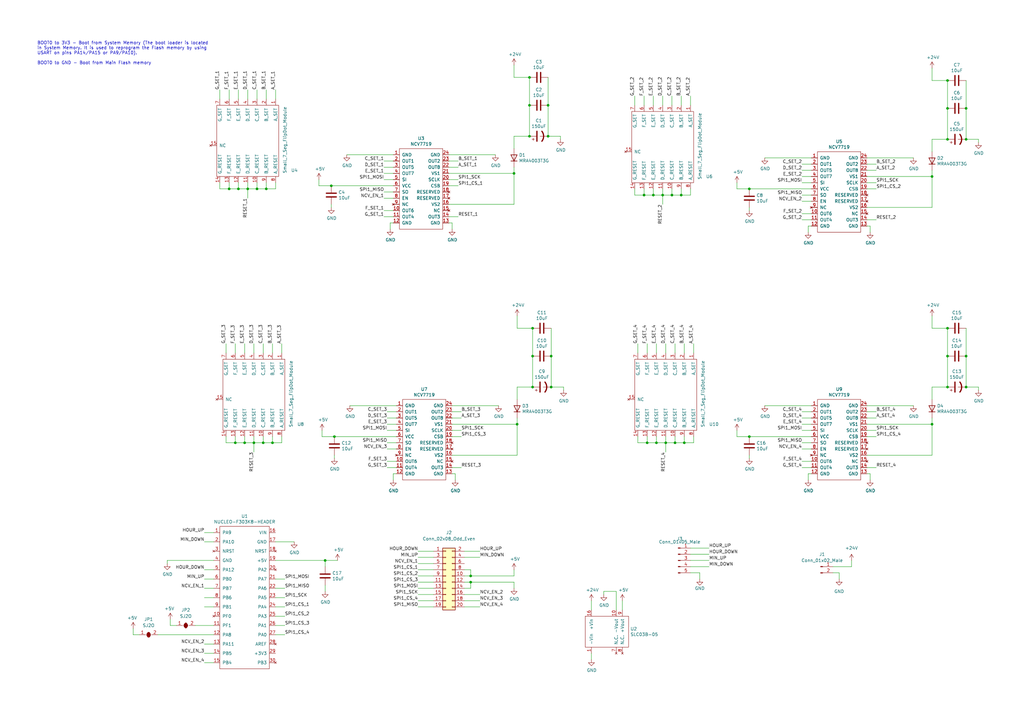
<source format=kicad_sch>
(kicad_sch (version 20220126) (generator eeschema)
  (paper "A3")
  (lib_symbols
    (symbol "Connector:Conn_01x02_Male" (pin_names (offset 1.016) hide)
      (property "Reference" "J" (at 0 2.54 0))
      (property "Value" "Conn_01x02_Male" (at 0 -5.08 0))
      (symbol "Conn_01x02_Male_1_1"
        (pin passive line (at 5.08 0 180) (length 3.81) (name "Pin_1") (number "1"))
        (pin passive line (at 5.08 -2.54 180) (length 3.81) (name "Pin_2") (number "2"))
      )
    )
    (symbol "Connector:Conn_01x05_Male" (pin_names (offset 1.016) hide)
      (property "Reference" "J" (at 0 7.62 0))
      (property "Value" "Conn_01x05_Male" (at 0 -7.62 0))
      (symbol "Conn_01x05_Male_1_1"
        (pin passive line (at 5.08 5.08 180) (length 3.81) (name "Pin_1") (number "1"))
        (pin passive line (at 5.08 2.54 180) (length 3.81) (name "Pin_2") (number "2"))
        (pin passive line (at 5.08 0 180) (length 3.81) (name "Pin_3") (number "3"))
        (pin passive line (at 5.08 -2.54 180) (length 3.81) (name "Pin_4") (number "4"))
        (pin passive line (at 5.08 -5.08 180) (length 3.81) (name "Pin_5") (number "5"))
      )
    )
    (symbol "Connector_Generic:Conn_02x10_Odd_Even" (pin_names (offset 1.016) hide)
      (property "Reference" "J" (at 1.27 12.7 0))
      (property "Value" "Conn_02x10_Odd_Even" (at 1.27 -15.24 0))
      (symbol "Conn_02x10_Odd_Even_1_1"
        (pin passive line (at -5.08 10.16 0) (length 3.81) (name "Pin_1") (number "1"))
        (pin passive line (at 7.62 0 180) (length 3.81) (name "Pin_10") (number "10"))
        (pin passive line (at -5.08 -2.54 0) (length 3.81) (name "Pin_11") (number "11"))
        (pin passive line (at 7.62 -2.54 180) (length 3.81) (name "Pin_12") (number "12"))
        (pin passive line (at -5.08 -5.08 0) (length 3.81) (name "Pin_13") (number "13"))
        (pin passive line (at 7.62 -5.08 180) (length 3.81) (name "Pin_14") (number "14"))
        (pin passive line (at -5.08 -7.62 0) (length 3.81) (name "Pin_15") (number "15"))
        (pin passive line (at 7.62 -7.62 180) (length 3.81) (name "Pin_16") (number "16"))
        (pin passive line (at -5.08 -10.16 0) (length 3.81) (name "Pin_17") (number "17"))
        (pin passive line (at 7.62 -10.16 180) (length 3.81) (name "Pin_18") (number "18"))
        (pin passive line (at -5.08 -12.7 0) (length 3.81) (name "Pin_19") (number "19"))
        (pin passive line (at 7.62 10.16 180) (length 3.81) (name "Pin_2") (number "2"))
        (pin passive line (at 7.62 -12.7 180) (length 3.81) (name "Pin_20") (number "20"))
        (pin passive line (at -5.08 7.62 0) (length 3.81) (name "Pin_3") (number "3"))
        (pin passive line (at 7.62 7.62 180) (length 3.81) (name "Pin_4") (number "4"))
        (pin passive line (at -5.08 5.08 0) (length 3.81) (name "Pin_5") (number "5"))
        (pin passive line (at 7.62 5.08 180) (length 3.81) (name "Pin_6") (number "6"))
        (pin passive line (at -5.08 2.54 0) (length 3.81) (name "Pin_7") (number "7"))
        (pin passive line (at 7.62 2.54 180) (length 3.81) (name "Pin_8") (number "8"))
        (pin passive line (at -5.08 0 0) (length 3.81) (name "Pin_9") (number "9"))
      )
    )
    (symbol "Device:C" (pin_numbers hide) (pin_names (offset 0.254))
      (property "Reference" "C" (at 0.635 2.54 0))
      (property "Value" "C" (at 0.635 -2.54 0))
      (symbol "C_1_1"
        (pin passive line (at 0 3.81 270) (length 2.794) (name "~") (number "1"))
        (pin passive line (at 0 -3.81 90) (length 2.794) (name "~") (number "2"))
      )
    )
    (symbol "Device:CP1" (pin_numbers hide) (pin_names (offset 0.254) hide)
      (property "Reference" "C" (at 0.635 2.54 0))
      (property "Value" "Device_CP1" (at 0.635 -2.54 0))
      (symbol "CP1_1_1"
        (pin passive line (at 0 3.81 270) (length 2.794) (name "~") (number "1"))
        (pin passive line (at 0 -3.81 90) (length 3.302) (name "~") (number "2"))
      )
    )
    (symbol "Diode:MRA4003T3G" (pin_numbers hide) (pin_names (offset 1.016) hide)
      (property "Reference" "D" (at 0 2.54 0))
      (property "Value" "MRA4003T3G" (at 0 -2.54 0))
      (symbol "MRA4003T3G_1_1"
        (pin passive line (at -3.81 0 0) (length 2.54) (name "K") (number "1"))
        (pin passive line (at 3.81 0 180) (length 2.54) (name "A") (number "2"))
      )
    )
    (symbol "Jumper:SolderJumper_2_Open" (pin_names (offset 0) hide)
      (property "Reference" "JP" (at 0 2.032 0))
      (property "Value" "SolderJumper_2_Open" (at 0 -2.54 0))
      (symbol "SolderJumper_2_Open_1_1"
        (pin passive line (at -3.81 0 0) (length 2.54) (name "A") (number "1"))
        (pin passive line (at 3.81 0 180) (length 2.54) (name "B") (number "2"))
      )
    )
    (symbol "mio:NCV7719" (pin_names (offset 1.016))
      (property "Reference" "U" (at -7.62 17.78 0))
      (property "Value" "NCV7719" (at 3.81 17.78 0))
      (symbol "NCV7719_1_1"
        (pin power_in line (at -11.43 13.97 0) (length 2.54) (name "GND") (number "1"))
        (pin output line (at -11.43 -8.89 0) (length 2.54) (name "OUT6") (number "10"))
        (pin output line (at -11.43 -11.43 0) (length 2.54) (name "OUT4") (number "11"))
        (pin power_in line (at -11.43 -13.97 0) (length 2.54) (name "GND") (number "12"))
        (pin power_in line (at 11.43 -13.97 180) (length 2.54) (name "GND") (number "13"))
        (pin output line (at 11.43 -11.43 180) (length 2.54) (name "OUT3") (number "14"))
        (pin no_connect line (at 11.43 -8.89 180) (length 2.54) (name "NC") (number "15"))
        (pin power_in line (at 11.43 -6.35 180) (length 2.54) (name "VS2") (number "16"))
        (pin no_connect line (at 11.43 -3.81 180) (length 2.54) (name "RESERVED") (number "17"))
        (pin no_connect line (at 11.43 -1.27 180) (length 2.54) (name "RESERVED") (number "18"))
        (pin input line (at 11.43 1.27 180) (length 2.54) (name "CSB") (number "19"))
        (pin output line (at -11.43 11.43 0) (length 2.54) (name "OUT1") (number "2"))
        (pin input line (at 11.43 3.81 180) (length 2.54) (name "SCLK") (number "20"))
        (pin power_in line (at 11.43 6.35 180) (length 2.54) (name "VS1") (number "21"))
        (pin output line (at 11.43 8.89 180) (length 2.54) (name "OUT8") (number "22"))
        (pin output line (at 11.43 11.43 180) (length 2.54) (name "OUT2") (number "23"))
        (pin power_in line (at 11.43 13.97 180) (length 2.54) (name "GND") (number "24"))
        (pin output line (at -11.43 8.89 0) (length 2.54) (name "OUT5") (number "3"))
        (pin output line (at -11.43 6.35 0) (length 2.54) (name "OUT7") (number "4"))
        (pin input line (at -11.43 3.81 0) (length 2.54) (name "SI") (number "5"))
        (pin power_in line (at -11.43 1.27 0) (length 2.54) (name "VCC") (number "6"))
        (pin output line (at -11.43 -1.27 0) (length 2.54) (name "SO") (number "7"))
        (pin input line (at -11.43 -3.81 0) (length 2.54) (name "EN") (number "8"))
        (pin no_connect line (at -11.43 -6.35 0) (length 2.54) (name "NC") (number "9"))
      )
    )
    (symbol "mio:NUCLEO-F303K8-HEADER" (pin_names (offset 1.016))
      (property "Reference" "U" (at 5.08 63.5 0))
      (property "Value" "NUCLEO-F303K8-HEADER" (at 16.51 60.96 0))
      (symbol "NUCLEO-F303K8-HEADER_1_1"
        (pin bidirectional line (at -2.54 55.88 0) (length 2.54) (name "PA9") (number "1"))
        (pin no_connect line (at -2.54 21.59 0) (length 2.54) (name "PF0") (number "10"))
        (pin bidirectional line (at -2.54 17.78 0) (length 2.54) (name "PF1") (number "11"))
        (pin bidirectional line (at -2.54 13.97 0) (length 2.54) (name "PA8") (number "12"))
        (pin bidirectional line (at -2.54 10.16 0) (length 2.54) (name "PA11") (number "13"))
        (pin bidirectional line (at -2.54 6.35 0) (length 2.54) (name "PB5") (number "14"))
        (pin bidirectional line (at -2.54 2.54 0) (length 2.54) (name "PB4") (number "15"))
        (pin power_in line (at 22.86 55.88 180) (length 2.54) (name "VIN") (number "16"))
        (pin bidirectional line (at 22.86 52.07 180) (length 2.54) (name "GND") (number "17"))
        (pin no_connect line (at 22.86 48.26 180) (length 2.54) (name "NRST") (number "18"))
        (pin bidirectional line (at 22.86 44.45 180) (length 2.54) (name "+5V") (number "19"))
        (pin bidirectional line (at -2.54 52.07 0) (length 2.54) (name "PA10") (number "2"))
        (pin no_connect line (at 22.86 40.64 180) (length 2.54) (name "PA2") (number "20"))
        (pin bidirectional line (at 22.86 36.83 180) (length 2.54) (name "PA7") (number "21"))
        (pin bidirectional line (at 22.86 33.02 180) (length 2.54) (name "PA6") (number "22"))
        (pin bidirectional line (at 22.86 29.21 180) (length 2.54) (name "PA5") (number "23"))
        (pin bidirectional line (at 22.86 25.4 180) (length 2.54) (name "PA4") (number "24"))
        (pin bidirectional line (at 22.86 21.59 180) (length 2.54) (name "PA3") (number "25"))
        (pin bidirectional line (at 22.86 17.78 180) (length 2.54) (name "PA1") (number "26"))
        (pin bidirectional line (at 22.86 13.97 180) (length 2.54) (name "PA0") (number "27"))
        (pin no_connect line (at 22.86 10.16 180) (length 2.54) (name "AREF") (number "28"))
        (pin bidirectional line (at 22.86 6.35 180) (length 2.54) (name "+3V3") (number "29"))
        (pin no_connect line (at -2.54 48.26 0) (length 2.54) (name "NRST") (number "3"))
        (pin no_connect line (at 22.86 2.54 180) (length 2.54) (name "PB3") (number "30"))
        (pin bidirectional line (at -2.54 44.45 0) (length 2.54) (name "GND") (number "4"))
        (pin bidirectional line (at -2.54 40.64 0) (length 2.54) (name "PA12") (number "5"))
        (pin bidirectional line (at -2.54 36.83 0) (length 2.54) (name "PB0") (number "6"))
        (pin bidirectional line (at -2.54 33.02 0) (length 2.54) (name "PB7") (number "7"))
        (pin bidirectional line (at -2.54 29.21 0) (length 2.54) (name "PB6") (number "8"))
        (pin bidirectional line (at -2.54 25.4 0) (length 2.54) (name "PB1") (number "9"))
      )
    )
    (symbol "mio:SLC03B-05" (pin_names (offset 1.016))
      (property "Reference" "U" (at -5.08 17.78 0))
      (property "Value" "SLC03B-05" (at 0 15.24 0))
      (symbol "SLC03B-05_1_1"
        (pin input line (at -6.35 -8.89 90) (length 2.54) (name "-Vin") (number "1"))
        (pin output line (at 3.81 8.89 270) (length 2.54) (name "-Vout") (number "10"))
        (pin input line (at -6.35 8.89 270) (length 2.54) (name "+Vin") (number "16"))
        (pin no_connect line (at 3.81 -8.89 90) (length 2.54) (name "N.C.") (number "7"))
        (pin no_connect line (at 6.35 -8.89 90) (length 2.54) (name "N.C.") (number "8"))
        (pin output line (at 6.35 8.89 270) (length 2.54) (name "+Vout") (number "9"))
      )
    )
    (symbol "mio:Small_7_Seg_FlipDot_Module" (pin_names (offset 1.016))
      (property "Reference" "U" (at 17.78 -30.48 90))
      (property "Value" "Small_7_Seg_FlipDot_Module" (at 15.24 -17.78 90))
      (symbol "Small_7_Seg_FlipDot_Module_1_1"
        (pin input line (at 11.43 0 270) (length 2.54) (name "A_SET") (number "1"))
        (pin input line (at 3.81 -34.29 90) (length 2.54) (name "C_RESET") (number "10"))
        (pin input line (at 0 -34.29 90) (length 2.54) (name "D_RESET") (number "11"))
        (pin input line (at -3.81 -34.29 90) (length 2.54) (name "E_RESET") (number "12"))
        (pin input line (at -7.62 -34.29 90) (length 2.54) (name "F_RESET") (number "13"))
        (pin input line (at -11.43 -34.29 90) (length 2.54) (name "G_RESET") (number "14"))
        (pin no_connect line (at -15.24 -19.05 0) (length 2.54) (name "NC") (number "15"))
        (pin input line (at 7.62 0 270) (length 2.54) (name "B_SET") (number "2"))
        (pin input line (at 3.81 0 270) (length 2.54) (name "C_SET") (number "3"))
        (pin input line (at 0 0 270) (length 2.54) (name "D_SET") (number "4"))
        (pin input line (at -3.81 0 270) (length 2.54) (name "E_SET") (number "5"))
        (pin input line (at -7.62 0 270) (length 2.54) (name "F_SET") (number "6"))
        (pin input line (at -11.43 0 270) (length 2.54) (name "G_SET") (number "7"))
        (pin input line (at 11.43 -34.29 90) (length 2.54) (name "A_RESET") (number "8"))
        (pin input line (at 7.62 -34.29 90) (length 2.54) (name "B_RESET") (number "9"))
      )
    )
    (symbol "power:+24V" (power) (pin_names (offset 0))
      (property "Value" "+24V" (at 0 3.556 0))
      (symbol "+24V_1_1"
        (pin power_in line (at 0 0 90) (length 0) hide (name "+24V") (number "1"))
      )
    )
    (symbol "power:+5V" (power) (pin_names (offset 0))
      (property "Value" "+5V" (at 0 3.556 0))
      (symbol "+5V_1_1"
        (pin power_in line (at 0 0 90) (length 0) hide (name "+5V") (number "1"))
      )
    )
    (symbol "power:GND" (power) (pin_names (offset 0))
      (property "Value" "GND" (at 0 -3.81 0))
      (symbol "GND_1_1"
        (pin power_in line (at 0 0 270) (length 0) hide (name "GND") (number "1"))
      )
    )
  )
  (junction (at 135.89 76.2))
  (junction (at 224.79 55.88))
  (junction (at 269.24 181.61))
  (junction (at 276.86 181.61))
  (junction (at 100.33 181.61))
  (junction (at 218.44 134.62))
  (junction (at 109.22 77.47))
  (junction (at 193.04 236.22))
  (junction (at 101.6 77.47))
  (junction (at 396.24 158.75))
  (junction (at 307.34 77.47))
  (junction (at 218.44 158.75))
  (junction (at 396.24 57.15))
  (junction (at 96.52 181.61))
  (junction (at 396.24 146.05))
  (junction (at 210.82 71.12))
  (junction (at 137.16 179.07))
  (junction (at 217.17 55.88))
  (junction (at 271.78 80.01))
  (junction (at 226.06 146.05))
  (junction (at 307.34 179.07))
  (junction (at 388.62 158.75))
  (junction (at 107.95 181.61))
  (junction (at 193.04 238.76))
  (junction (at 104.14 181.61))
  (junction (at 396.24 44.45))
  (junction (at 388.62 44.45))
  (junction (at 218.44 146.05))
  (junction (at 97.79 77.47))
  (junction (at 275.59 80.01))
  (junction (at 267.97 80.01))
  (junction (at 388.62 33.02))
  (junction (at 226.06 158.75))
  (junction (at 93.98 77.47))
  (junction (at 217.17 43.18))
  (junction (at 264.16 80.01))
  (junction (at 273.05 181.61))
  (junction (at 265.43 181.61))
  (junction (at 105.41 77.47))
  (junction (at 382.27 72.39))
  (junction (at 280.67 181.61))
  (junction (at 212.09 173.99))
  (junction (at 388.62 57.15))
  (junction (at 388.62 146.05))
  (junction (at 279.4 80.01))
  (junction (at 388.62 134.62))
  (junction (at 224.79 43.18))
  (junction (at 133.35 229.87))
  (junction (at 382.27 173.99))
  (junction (at 217.17 31.75))
  (junction (at 111.76 181.61))
  (wire (pts (xy 100.33 144.78) (xy 100.33 140.97)))
  (wire (pts (xy 212.09 158.75) (xy 212.09 163.83)))
  (wire (pts (xy 160.02 91.44) (xy 161.29 91.44)))
  (wire (pts (xy 212.09 171.45) (xy 212.09 173.99)))
  (wire (pts (xy 328.93 189.23) (xy 332.74 189.23)))
  (wire (pts (xy 355.6 186.69) (xy 382.27 186.69)))
  (wire (pts (xy 113.03 237.49) (xy 116.84 237.49)))
  (wire (pts (xy 185.42 166.37) (xy 204.47 166.37)))
  (wire (pts (xy 137.16 179.07) (xy 162.56 179.07)))
  (wire (pts (xy 242.57 246.38) (xy 242.57 250.19)))
  (wire (pts (xy 132.08 179.07) (xy 137.16 179.07)))
  (wire (pts (xy 105.41 40.64) (xy 105.41 36.83)))
  (wire (pts (xy 190.5 226.06) (xy 196.85 226.06)))
  (wire (pts (xy 210.82 236.22) (xy 210.82 233.68)))
  (wire (pts (xy 273.05 181.61) (xy 276.86 181.61)))
  (wire (pts (xy 158.75 168.91) (xy 162.56 168.91)))
  (wire (pts (xy 96.52 144.78) (xy 96.52 140.97)))
  (wire (pts (xy 100.33 181.61) (xy 104.14 181.61)))
  (wire (pts (xy 260.35 80.01) (xy 264.16 80.01)))
  (wire (pts (xy 54.61 260.35) (xy 54.61 257.81)))
  (wire (pts (xy 107.95 181.61) (xy 111.76 181.61)))
  (wire (pts (xy 396.24 146.05) (xy 396.24 134.62)))
  (wire (pts (xy 255.27 246.38) (xy 255.27 250.19)))
  (wire (pts (xy 355.6 85.09) (xy 382.27 85.09)))
  (wire (pts (xy 171.45 241.3) (xy 177.8 241.3)))
  (wire (pts (xy 359.41 90.17) (xy 355.6 90.17)))
  (wire (pts (xy 111.76 144.78) (xy 111.76 140.97)))
  (wire (pts (xy 359.41 168.91) (xy 355.6 168.91)))
  (wire (pts (xy 104.14 181.61) (xy 104.14 179.07)))
  (wire (pts (xy 193.04 238.76) (xy 210.82 238.76)))
  (wire (pts (xy 247.65 242.57) (xy 252.73 242.57)))
  (wire (pts (xy 307.34 77.47) (xy 332.74 77.47)))
  (wire (pts (xy 341.63 234.95) (xy 344.17 234.95)))
  (wire (pts (xy 396.24 146.05) (xy 396.24 158.75)))
  (wire (pts (xy 116.84 248.92) (xy 113.03 248.92)))
  (wire (pts (xy 135.89 76.2) (xy 161.29 76.2)))
  (wire (pts (xy 218.44 146.05) (xy 218.44 134.62)))
  (wire (pts (xy 276.86 144.78) (xy 276.86 140.97)))
  (wire (pts (xy 355.6 77.47) (xy 359.41 77.47)))
  (wire (pts (xy 133.35 229.87) (xy 133.35 232.41)))
  (wire (pts (xy 275.59 43.18) (xy 275.59 39.37)))
  (wire (pts (xy 210.82 26.67) (xy 210.82 31.75)))
  (wire (pts (xy 92.71 179.07) (xy 92.71 181.61)))
  (wire (pts (xy 184.15 76.2) (xy 187.96 76.2)))
  (wire (pts (xy 184.15 83.82) (xy 210.82 83.82)))
  (wire (pts (xy 111.76 181.61) (xy 115.57 181.61)))
  (wire (pts (xy 83.82 241.3) (xy 87.63 241.3)))
  (wire (pts (xy 302.26 179.07) (xy 302.26 176.53)))
  (wire (pts (xy 101.6 77.47) (xy 101.6 81.28)))
  (wire (pts (xy 302.26 179.07) (xy 307.34 179.07)))
  (wire (pts (xy 161.29 196.85) (xy 161.29 194.31)))
  (wire (pts (xy 269.24 181.61) (xy 269.24 179.07)))
  (wire (pts (xy 283.21 234.95) (xy 287.02 234.95)))
  (wire (pts (xy 158.75 171.45) (xy 162.56 171.45)))
  (wire (pts (xy 302.26 77.47) (xy 302.26 74.93)))
  (wire (pts (xy 116.84 252.73) (xy 113.03 252.73)))
  (wire (pts (xy 189.23 191.77) (xy 185.42 191.77)))
  (wire (pts (xy 275.59 80.01) (xy 279.4 80.01)))
  (wire (pts (xy 226.06 146.05) (xy 226.06 134.62)))
  (wire (pts (xy 158.75 176.53) (xy 162.56 176.53)))
  (wire (pts (xy 83.82 222.25) (xy 87.63 222.25)))
  (wire (pts (xy 184.15 71.12) (xy 210.82 71.12)))
  (wire (pts (xy 93.98 77.47) (xy 97.79 77.47)))
  (wire (pts (xy 313.69 166.37) (xy 332.74 166.37)))
  (wire (pts (xy 193.04 236.22) (xy 210.82 236.22)))
  (wire (pts (xy 224.79 43.18) (xy 224.79 31.75)))
  (wire (pts (xy 276.86 181.61) (xy 280.67 181.61)))
  (wire (pts (xy 382.27 33.02) (xy 388.62 33.02)))
  (wire (pts (xy 307.34 85.09) (xy 307.34 86.36)))
  (wire (pts (xy 90.17 77.47) (xy 93.98 77.47)))
  (wire (pts (xy 193.04 241.3) (xy 193.04 238.76)))
  (wire (pts (xy 83.82 218.44) (xy 87.63 218.44)))
  (wire (pts (xy 190.5 248.92) (xy 196.85 248.92)))
  (wire (pts (xy 307.34 186.69) (xy 307.34 187.96)))
  (wire (pts (xy 283.21 39.37) (xy 283.21 43.18)))
  (wire (pts (xy 104.14 181.61) (xy 107.95 181.61)))
  (wire (pts (xy 401.32 158.75) (xy 401.32 160.02)))
  (wire (pts (xy 284.48 181.61) (xy 284.48 179.07)))
  (wire (pts (xy 217.17 55.88) (xy 210.82 55.88)))
  (wire (pts (xy 307.34 179.07) (xy 332.74 179.07)))
  (wire (pts (xy 264.16 80.01) (xy 267.97 80.01)))
  (wire (pts (xy 328.93 80.01) (xy 332.74 80.01)))
  (wire (pts (xy 396.24 158.75) (xy 401.32 158.75)))
  (wire (pts (xy 133.35 229.87) (xy 138.43 229.87)))
  (wire (pts (xy 142.24 63.5) (xy 161.29 63.5)))
  (wire (pts (xy 218.44 158.75) (xy 218.44 146.05)))
  (wire (pts (xy 113.03 77.47) (xy 113.03 74.93)))
  (wire (pts (xy 184.15 73.66) (xy 187.96 73.66)))
  (wire (pts (xy 328.93 168.91) (xy 332.74 168.91)))
  (wire (pts (xy 279.4 80.01) (xy 279.4 77.47)))
  (wire (pts (xy 190.5 246.38) (xy 196.85 246.38)))
  (wire (pts (xy 157.48 73.66) (xy 161.29 73.66)))
  (wire (pts (xy 396.24 44.45) (xy 396.24 57.15)))
  (wire (pts (xy 57.15 260.35) (xy 54.61 260.35)))
  (wire (pts (xy 355.6 194.31) (xy 356.87 194.31)))
  (wire (pts (xy 137.16 186.69) (xy 137.16 187.96)))
  (wire (pts (xy 283.21 224.79) (xy 290.83 224.79)))
  (wire (pts (xy 190.5 243.84) (xy 196.85 243.84)))
  (wire (pts (xy 171.45 228.6) (xy 177.8 228.6)))
  (wire (pts (xy 271.78 43.18) (xy 271.78 39.37)))
  (wire (pts (xy 283.21 80.01) (xy 283.21 77.47)))
  (wire (pts (xy 283.21 227.33) (xy 290.83 227.33)))
  (wire (pts (xy 87.63 229.87) (xy 68.58 229.87)))
  (wire (pts (xy 349.25 232.41) (xy 349.25 229.87)))
  (wire (pts (xy 287.02 234.95) (xy 287.02 237.49)))
  (wire (pts (xy 157.48 68.58) (xy 161.29 68.58)))
  (wire (pts (xy 269.24 181.61) (xy 273.05 181.61)))
  (wire (pts (xy 115.57 181.61) (xy 115.57 179.07)))
  (wire (pts (xy 280.67 144.78) (xy 280.67 140.97)))
  (wire (pts (xy 92.71 144.78) (xy 92.71 140.97)))
  (wire (pts (xy 280.67 181.61) (xy 284.48 181.61)))
  (wire (pts (xy 284.48 140.97) (xy 284.48 144.78)))
  (wire (pts (xy 344.17 234.95) (xy 344.17 237.49)))
  (wire (pts (xy 158.75 173.99) (xy 162.56 173.99)))
  (wire (pts (xy 157.48 86.36) (xy 161.29 86.36)))
  (wire (pts (xy 265.43 144.78) (xy 265.43 140.97)))
  (wire (pts (xy 242.57 267.97) (xy 242.57 270.51)))
  (wire (pts (xy 83.82 237.49) (xy 87.63 237.49)))
  (wire (pts (xy 210.82 71.12) (xy 210.82 83.82)))
  (wire (pts (xy 382.27 158.75) (xy 382.27 163.83)))
  (wire (pts (xy 83.82 264.16) (xy 87.63 264.16)))
  (wire (pts (xy 283.21 232.41) (xy 290.83 232.41)))
  (wire (pts (xy 171.45 231.14) (xy 177.8 231.14)))
  (wire (pts (xy 90.17 40.64) (xy 90.17 36.83)))
  (wire (pts (xy 260.35 43.18) (xy 260.35 39.37)))
  (wire (pts (xy 210.82 55.88) (xy 210.82 60.96)))
  (wire (pts (xy 158.75 189.23) (xy 162.56 189.23)))
  (wire (pts (xy 190.5 241.3) (xy 193.04 241.3)))
  (wire (pts (xy 101.6 40.64) (xy 101.6 36.83)))
  (wire (pts (xy 267.97 80.01) (xy 271.78 80.01)))
  (wire (pts (xy 107.95 144.78) (xy 107.95 140.97)))
  (wire (pts (xy 130.81 76.2) (xy 130.81 73.66)))
  (wire (pts (xy 356.87 92.71) (xy 356.87 95.25)))
  (wire (pts (xy 171.45 248.92) (xy 177.8 248.92)))
  (wire (pts (xy 109.22 77.47) (xy 109.22 74.93)))
  (wire (pts (xy 328.93 173.99) (xy 332.74 173.99)))
  (wire (pts (xy 92.71 181.61) (xy 96.52 181.61)))
  (wire (pts (xy 212.09 129.54) (xy 212.09 134.62)))
  (wire (pts (xy 229.87 55.88) (xy 229.87 57.15)))
  (wire (pts (xy 302.26 77.47) (xy 307.34 77.47)))
  (wire (pts (xy 189.23 171.45) (xy 185.42 171.45)))
  (wire (pts (xy 328.93 184.15) (xy 332.74 184.15)))
  (wire (pts (xy 83.82 271.78) (xy 87.63 271.78)))
  (wire (pts (xy 359.41 69.85) (xy 355.6 69.85)))
  (wire (pts (xy 328.93 67.31) (xy 332.74 67.31)))
  (wire (pts (xy 217.17 55.88) (xy 217.17 43.18)))
  (wire (pts (xy 171.45 243.84) (xy 177.8 243.84)))
  (wire (pts (xy 212.09 134.62) (xy 218.44 134.62)))
  (wire (pts (xy 104.14 144.78) (xy 104.14 140.97)))
  (wire (pts (xy 113.03 222.25) (xy 120.65 222.25)))
  (wire (pts (xy 273.05 181.61) (xy 273.05 179.07)))
  (wire (pts (xy 87.63 260.35) (xy 64.77 260.35)))
  (wire (pts (xy 171.45 236.22) (xy 177.8 236.22)))
  (wire (pts (xy 388.62 158.75) (xy 382.27 158.75)))
  (wire (pts (xy 116.84 256.54) (xy 113.03 256.54)))
  (wire (pts (xy 231.14 158.75) (xy 231.14 160.02)))
  (wire (pts (xy 328.93 90.17) (xy 332.74 90.17)))
  (wire (pts (xy 275.59 80.01) (xy 275.59 77.47)))
  (wire (pts (xy 269.24 144.78) (xy 269.24 140.97)))
  (wire (pts (xy 90.17 74.93) (xy 90.17 77.47)))
  (wire (pts (xy 217.17 43.18) (xy 217.17 31.75)))
  (wire (pts (xy 97.79 77.47) (xy 101.6 77.47)))
  (wire (pts (xy 355.6 166.37) (xy 374.65 166.37)))
  (wire (pts (xy 331.47 92.71) (xy 332.74 92.71)))
  (wire (pts (xy 271.78 80.01) (xy 275.59 80.01)))
  (wire (pts (xy 331.47 194.31) (xy 332.74 194.31)))
  (wire (pts (xy 226.06 146.05) (xy 226.06 158.75)))
  (wire (pts (xy 135.89 83.82) (xy 135.89 85.09)))
  (wire (pts (xy 157.48 78.74) (xy 161.29 78.74)))
  (wire (pts (xy 401.32 57.15) (xy 401.32 58.42)))
  (wire (pts (xy 132.08 179.07) (xy 132.08 176.53)))
  (wire (pts (xy 355.6 64.77) (xy 374.65 64.77)))
  (wire (pts (xy 328.93 69.85) (xy 332.74 69.85)))
  (wire (pts (xy 157.48 81.28) (xy 161.29 81.28)))
  (wire (pts (xy 224.79 55.88) (xy 229.87 55.88)))
  (wire (pts (xy 382.27 57.15) (xy 382.27 62.23)))
  (wire (pts (xy 113.03 245.11) (xy 116.84 245.11)))
  (wire (pts (xy 224.79 43.18) (xy 224.79 55.88)))
  (wire (pts (xy 355.6 176.53) (xy 359.41 176.53)))
  (wire (pts (xy 97.79 40.64) (xy 97.79 36.83)))
  (wire (pts (xy 267.97 43.18) (xy 267.97 39.37)))
  (wire (pts (xy 261.62 181.61) (xy 265.43 181.61)))
  (wire (pts (xy 105.41 77.47) (xy 109.22 77.47)))
  (wire (pts (xy 273.05 181.61) (xy 273.05 185.42)))
  (wire (pts (xy 210.82 68.58) (xy 210.82 71.12)))
  (wire (pts (xy 328.93 74.93) (xy 332.74 74.93)))
  (wire (pts (xy 83.82 245.11) (xy 87.63 245.11)))
  (wire (pts (xy 104.14 181.61) (xy 104.14 185.42)))
  (wire (pts (xy 328.93 72.39) (xy 332.74 72.39)))
  (wire (pts (xy 328.93 176.53) (xy 332.74 176.53)))
  (wire (pts (xy 382.27 69.85) (xy 382.27 72.39)))
  (wire (pts (xy 388.62 44.45) (xy 388.62 33.02)))
  (wire (pts (xy 83.82 248.92) (xy 87.63 248.92)))
  (wire (pts (xy 283.21 229.87) (xy 290.83 229.87)))
  (wire (pts (xy 276.86 181.61) (xy 276.86 179.07)))
  (wire (pts (xy 87.63 256.54) (xy 80.01 256.54)))
  (wire (pts (xy 69.85 256.54) (xy 69.85 254)))
  (wire (pts (xy 264.16 80.01) (xy 264.16 77.47)))
  (wire (pts (xy 273.05 144.78) (xy 273.05 140.97)))
  (wire (pts (xy 171.45 233.68) (xy 177.8 233.68)))
  (wire (pts (xy 328.93 87.63) (xy 332.74 87.63)))
  (wire (pts (xy 328.93 191.77) (xy 332.74 191.77)))
  (wire (pts (xy 185.42 176.53) (xy 189.23 176.53)))
  (wire (pts (xy 313.69 64.77) (xy 332.74 64.77)))
  (wire (pts (xy 187.96 68.58) (xy 184.15 68.58)))
  (wire (pts (xy 382.27 27.94) (xy 382.27 33.02)))
  (wire (pts (xy 184.15 63.5) (xy 203.2 63.5)))
  (wire (pts (xy 190.5 238.76) (xy 193.04 238.76)))
  (wire (pts (xy 109.22 77.47) (xy 113.03 77.47)))
  (wire (pts (xy 187.96 88.9) (xy 184.15 88.9)))
  (wire (pts (xy 355.6 173.99) (xy 382.27 173.99)))
  (wire (pts (xy 160.02 93.98) (xy 160.02 91.44)))
  (wire (pts (xy 328.93 181.61) (xy 332.74 181.61)))
  (wire (pts (xy 185.42 91.44) (xy 185.42 93.98)))
  (wire (pts (xy 93.98 77.47) (xy 93.98 74.93)))
  (wire (pts (xy 100.33 181.61) (xy 100.33 179.07)))
  (wire (pts (xy 158.75 184.15) (xy 162.56 184.15)))
  (wire (pts (xy 328.93 171.45) (xy 332.74 171.45)))
  (wire (pts (xy 111.76 181.61) (xy 111.76 179.07)))
  (wire (pts (xy 193.04 233.68) (xy 193.04 236.22)))
  (wire (pts (xy 185.42 173.99) (xy 212.09 173.99)))
  (wire (pts (xy 190.5 228.6) (xy 196.85 228.6)))
  (wire (pts (xy 171.45 226.06) (xy 177.8 226.06)))
  (wire (pts (xy 184.15 91.44) (xy 185.42 91.44)))
  (wire (pts (xy 359.41 67.31) (xy 355.6 67.31)))
  (wire (pts (xy 185.42 194.31) (xy 186.69 194.31)))
  (wire (pts (xy 260.35 77.47) (xy 260.35 80.01)))
  (wire (pts (xy 388.62 158.75) (xy 388.62 146.05)))
  (wire (pts (xy 185.42 186.69) (xy 212.09 186.69)))
  (wire (pts (xy 355.6 72.39) (xy 382.27 72.39)))
  (wire (pts (xy 264.16 43.18) (xy 264.16 39.37)))
  (wire (pts (xy 185.42 179.07) (xy 189.23 179.07)))
  (wire (pts (xy 279.4 80.01) (xy 283.21 80.01)))
  (wire (pts (xy 396.24 57.15) (xy 401.32 57.15)))
  (wire (pts (xy 267.97 80.01) (xy 267.97 77.47)))
  (wire (pts (xy 261.62 179.07) (xy 261.62 181.61)))
  (wire (pts (xy 355.6 179.07) (xy 359.41 179.07)))
  (wire (pts (xy 382.27 134.62) (xy 388.62 134.62)))
  (wire (pts (xy 210.82 31.75) (xy 217.17 31.75)))
  (wire (pts (xy 252.73 242.57) (xy 252.73 250.19)))
  (wire (pts (xy 328.93 82.55) (xy 332.74 82.55)))
  (wire (pts (xy 101.6 77.47) (xy 105.41 77.47)))
  (wire (pts (xy 113.03 36.83) (xy 113.03 40.64)))
  (wire (pts (xy 143.51 166.37) (xy 162.56 166.37)))
  (wire (pts (xy 331.47 95.25) (xy 331.47 92.71)))
  (wire (pts (xy 72.39 256.54) (xy 69.85 256.54)))
  (wire (pts (xy 388.62 57.15) (xy 382.27 57.15)))
  (wire (pts (xy 382.27 72.39) (xy 382.27 85.09)))
  (wire (pts (xy 210.82 238.76) (xy 210.82 241.3)))
  (wire (pts (xy 157.48 88.9) (xy 161.29 88.9)))
  (wire (pts (xy 331.47 196.85) (xy 331.47 194.31)))
  (wire (pts (xy 265.43 181.61) (xy 265.43 179.07)))
  (wire (pts (xy 355.6 92.71) (xy 356.87 92.71)))
  (wire (pts (xy 113.03 241.3) (xy 116.84 241.3)))
  (wire (pts (xy 341.63 232.41) (xy 349.25 232.41)))
  (wire (pts (xy 130.81 76.2) (xy 135.89 76.2)))
  (wire (pts (xy 359.41 191.77) (xy 355.6 191.77)))
  (wire (pts (xy 388.62 57.15) (xy 388.62 44.45)))
  (wire (pts (xy 133.35 240.03) (xy 133.35 242.57)))
  (wire (pts (xy 382.27 173.99) (xy 382.27 186.69)))
  (wire (pts (xy 83.82 267.97) (xy 87.63 267.97)))
  (wire (pts (xy 271.78 80.01) (xy 271.78 77.47)))
  (wire (pts (xy 161.29 194.31) (xy 162.56 194.31)))
  (wire (pts (xy 101.6 77.47) (xy 101.6 74.93)))
  (wire (pts (xy 189.23 168.91) (xy 185.42 168.91)))
  (wire (pts (xy 83.82 233.68) (xy 87.63 233.68)))
  (wire (pts (xy 226.06 158.75) (xy 231.14 158.75)))
  (wire (pts (xy 157.48 71.12) (xy 161.29 71.12)))
  (wire (pts (xy 279.4 43.18) (xy 279.4 39.37)))
  (wire (pts (xy 68.58 229.87) (xy 68.58 231.14)))
  (wire (pts (xy 107.95 181.61) (xy 107.95 179.07)))
  (wire (pts (xy 359.41 171.45) (xy 355.6 171.45)))
  (wire (pts (xy 115.57 140.97) (xy 115.57 144.78)))
  (wire (pts (xy 187.96 66.04) (xy 184.15 66.04)))
  (wire (pts (xy 212.09 173.99) (xy 212.09 186.69)))
  (wire (pts (xy 116.84 260.35) (xy 113.03 260.35)))
  (wire (pts (xy 186.69 194.31) (xy 186.69 196.85)))
  (wire (pts (xy 247.65 243.84) (xy 247.65 242.57)))
  (wire (pts (xy 93.98 40.64) (xy 93.98 36.83)))
  (wire (pts (xy 158.75 181.61) (xy 162.56 181.61)))
  (wire (pts (xy 356.87 194.31) (xy 356.87 196.85)))
  (wire (pts (xy 271.78 80.01) (xy 271.78 83.82)))
  (wire (pts (xy 265.43 181.61) (xy 269.24 181.61)))
  (wire (pts (xy 190.5 236.22) (xy 193.04 236.22)))
  (wire (pts (xy 280.67 181.61) (xy 280.67 179.07)))
  (wire (pts (xy 96.52 181.61) (xy 96.52 179.07)))
  (wire (pts (xy 382.27 129.54) (xy 382.27 134.62)))
  (wire (pts (xy 109.22 40.64) (xy 109.22 36.83)))
  (wire (pts (xy 388.62 146.05) (xy 388.62 134.62)))
  (wire (pts (xy 171.45 246.38) (xy 177.8 246.38)))
  (wire (pts (xy 96.52 181.61) (xy 100.33 181.61)))
  (wire (pts (xy 113.03 229.87) (xy 133.35 229.87)))
  (wire (pts (xy 396.24 44.45) (xy 396.24 33.02)))
  (wire (pts (xy 218.44 158.75) (xy 212.09 158.75)))
  (wire (pts (xy 97.79 77.47) (xy 97.79 74.93)))
  (wire (pts (xy 355.6 74.93) (xy 359.41 74.93)))
  (wire (pts (xy 157.48 66.04) (xy 161.29 66.04)))
  (wire (pts (xy 190.5 233.68) (xy 193.04 233.68)))
  (wire (pts (xy 171.45 238.76) (xy 177.8 238.76)))
  (wire (pts (xy 158.75 191.77) (xy 162.56 191.77)))
  (wire (pts (xy 261.62 144.78) (xy 261.62 140.97)))
  (wire (pts (xy 105.41 77.47) (xy 105.41 74.93)))
  (wire (pts (xy 382.27 171.45) (xy 382.27 173.99)))
  (text "BOOT0 to 3V3 - Boot from System Memory (The boot loader is located \nin System Memory. It is used to reprogram the Flash memory by using \nUSART on pins PA14/PA15 or PA9/PA10).\n\nBOOT0 to GND - Boot from Main Flash memory" (at 15.24 26.67 0) (effects (font (size 1.27 1.27)) (justify left bottom)))
  (label "SPI1_SCK" (at 171.45 243.84 0))
  (label "SPI1_CS_1" (at 187.96 76.2 0))
  (label "D_SET_1" (at 157.48 68.58 0))
  (label "MIN_DOWN" (at 83.82 222.25 0))
  (label "F_SET_4" (at 328.93 189.23 0))
  (label "A_SET_1" (at 113.03 36.83 90))
  (label "NCV_EN_1" (at 171.45 231.14 0))
  (label "E_SET_4" (at 328.93 173.99 0))
  (label "SPI1_MOSI" (at 171.45 241.3 0))
  (label "B_SET_1" (at 187.96 66.04 0))
  (label "SPI1_MISO" (at 328.93 181.61 0))
  (label "E_SET_3" (at 100.33 140.97 90))
  (label "D_SET_2" (at 328.93 69.85 0))
  (label "E_SET_3" (at 158.75 173.99 0))
  (label "MIN_UP" (at 171.45 228.6 0))
  (label "C_SET_1" (at 157.48 66.04 0))
  (label "NCV_EN_4" (at 83.82 271.78 0))
  (label "C_SET_2" (at 328.93 67.31 0))
  (label "SPI1_CS_1" (at 171.45 233.68 0))
  (label "E_SET_1" (at 97.79 36.83 90))
  (label "MIN_UP" (at 290.83 229.87 0))
  (label "HOUR_DOWN" (at 290.83 227.33 0))
  (label "D_SET_3" (at 158.75 171.45 0))
  (label "SPI1_SCK" (at 116.84 245.11 0))
  (label "NCV_EN_1" (at 83.82 241.3 0))
  (label "B_SET_2" (at 279.4 39.37 90))
  (label "G_SET_4" (at 328.93 191.77 0))
  (label "E_SET_1" (at 157.48 71.12 0))
  (label "RESET_1" (at 187.96 88.9 0))
  (label "C_SET_4" (at 328.93 168.91 0))
  (label "C_SET_3" (at 158.75 168.91 0))
  (label "NCV_EN_1" (at 157.48 81.28 0))
  (label "A_SET_2" (at 359.41 69.85 0))
  (label "SPI1_MOSI" (at 328.93 176.53 0))
  (label "RESET_2" (at 359.41 90.17 0))
  (label "D_SET_4" (at 328.93 171.45 0))
  (label "HOUR_UP" (at 83.82 218.44 0))
  (label "E_SET_4" (at 269.24 140.97 90))
  (label "SPI1_CS_4" (at 171.45 246.38 0))
  (label "SPI1_CS_2" (at 359.41 77.47 0))
  (label "SPI1_MISO" (at 158.75 181.61 0))
  (label "B_SET_4" (at 280.67 140.97 90))
  (label "B_SET_2" (at 359.41 67.31 0))
  (label "SPI1_CS_2" (at 116.84 252.73 0))
  (label "SPI1_CS_3" (at 171.45 238.76 0))
  (label "HOUR_DOWN" (at 171.45 226.06 0))
  (label "B_SET_4" (at 359.41 168.91 0))
  (label "SPI1_MISO" (at 157.48 78.74 0))
  (label "G_SET_1" (at 90.17 36.83 90))
  (label "F_SET_1" (at 157.48 86.36 0))
  (label "SPI1_MOSI" (at 116.84 237.49 0))
  (label "MIN_DOWN" (at 196.85 228.6 0))
  (label "SPI1_CS_1" (at 116.84 248.92 0))
  (label "NCV_EN_4" (at 328.93 184.15 0))
  (label "RESET_2" (at 271.78 83.82 90))
  (label "RESET_3" (at 104.14 185.42 90))
  (label "NCV_EN_3" (at 83.82 267.97 0))
  (label "C_SET_4" (at 276.86 140.97 90))
  (label "G_SET_2" (at 260.35 39.37 90))
  (label "D_SET_4" (at 273.05 140.97 90))
  (label "MIN_DOWN" (at 290.83 232.41 0))
  (label "F_SET_4" (at 265.43 140.97 90))
  (label "RESET_3" (at 189.23 191.77 0))
  (label "G_SET_3" (at 92.71 140.97 90))
  (label "SPI1_SCK" (at 359.41 74.93 0))
  (label "A_SET_3" (at 115.57 140.97 90))
  (label "SPI1_CS_2" (at 171.45 236.22 0))
  (label "RESET_1" (at 101.6 81.28 90))
  (label "A_SET_2" (at 283.21 39.37 90))
  (label "F_SET_3" (at 158.75 189.23 0))
  (label "G_SET_4" (at 261.62 140.97 90))
  (label "E_SET_2" (at 328.93 72.39 0))
  (label "MIN_UP" (at 83.82 237.49 0))
  (label "RESET_4" (at 359.41 191.77 0))
  (label "C_SET_3" (at 107.95 140.97 90))
  (label "SPI1_MISO" (at 171.45 248.92 0))
  (label "SPI1_CS_3" (at 189.23 179.07 0))
  (label "A_SET_3" (at 189.23 171.45 0))
  (label "D_SET_1" (at 101.6 36.83 90))
  (label "A_SET_4" (at 359.41 171.45 0))
  (label "HOUR_UP" (at 290.83 224.79 0))
  (label "G_SET_2" (at 328.93 90.17 0))
  (label "HOUR_UP" (at 196.85 226.06 0))
  (label "F_SET_2" (at 328.93 87.63 0))
  (label "SPI1_SCK" (at 187.96 73.66 0))
  (label "SPI1_CS_4" (at 116.84 260.35 0))
  (label "A_SET_1" (at 187.96 68.58 0))
  (label "B_SET_1" (at 109.22 36.83 90))
  (label "D_SET_3" (at 104.14 140.97 90))
  (label "SPI1_CS_4" (at 359.41 179.07 0))
  (label "C_SET_1" (at 105.41 36.83 90))
  (label "HOUR_DOWN" (at 83.82 233.68 0))
  (label "B_SET_3" (at 189.23 168.91 0))
  (label "SPI1_MISO" (at 328.93 80.01 0))
  (label "D_SET_2" (at 271.78 39.37 90))
  (label "SPI1_MOSI" (at 328.93 74.93 0))
  (label "G_SET_3" (at 158.75 191.77 0))
  (label "SPI1_SCK" (at 189.23 176.53 0))
  (label "E_SET_2" (at 267.97 39.37 90))
  (label "SPI1_SCK" (at 359.41 176.53 0))
  (label "NCV_EN_4" (at 196.85 248.92 0))
  (label "NCV_EN_3" (at 196.85 246.38 0))
  (label "SPI1_MOSI" (at 157.48 73.66 0))
  (label "NCV_EN_3" (at 158.75 184.15 0))
  (label "F_SET_3" (at 96.52 140.97 90))
  (label "A_SET_4" (at 284.48 140.97 90))
  (label "SPI1_MOSI" (at 158.75 176.53 0))
  (label "SPI1_CS_3" (at 116.84 256.54 0))
  (label "NCV_EN_2" (at 83.82 264.16 0))
  (label "SPI1_MISO" (at 116.84 241.3 0))
  (label "RESET_4" (at 273.05 185.42 90))
  (label "NCV_EN_2" (at 328.93 82.55 0))
  (label "NCV_EN_2" (at 196.85 243.84 0))
  (label "F_SET_1" (at 93.98 36.83 90))
  (label "C_SET_2" (at 275.59 39.37 90))
  (label "F_SET_2" (at 264.16 39.37 90))
  (label "G_SET_1" (at 157.48 88.9 0))
  (label "B_SET_3" (at 111.76 140.97 90))
  (symbol (lib_id "mio:NUCLEO-F303K8-HEADER") (at 90.17 274.32 0) (unit 1) (on_board no)
    (property "Reference" "U1" (at 100.33 211.709 0))
    (property "Value" "NUCLEO-F303K8-HEADER" (at 100.33 214.0204 0))
    (property "Footprint" "mio:NUCLEO-F303K8-HEADER" (effects hide))
  )
  (symbol (lib_id "power:GND") (at 68.58 231.14 0) (unit 1)
    (property "Reference" "#PWR01" (effects hide))
    (property "Value" "GND" (at 68.707 235.5342 0))
  )
  (symbol (lib_id "power:GND") (at 120.65 222.25 0) (unit 1)
    (property "Reference" "#PWR06" (effects hide))
    (property "Value" "GND" (at 120.777 226.6442 0))
  )
  (symbol (lib_id "mio:Small_7_Seg_FlipDot_Module") (at 271.78 43.18 0) (unit 1)
    (property "Reference" "U6" (at 289.56 72.39 0) (effects (justify left)))
    (property "Value" "Small_7_Seg_FlipDot_Module" (at 287.02 73.66 90) (effects (justify left)))
    (property "Footprint" "mio:Small_7_Seg_FlipDot_Module" (effects hide))
  )
  (symbol (lib_id "mio:Small_7_Seg_FlipDot_Module") (at 273.05 144.78 0) (unit 1)
    (property "Reference" "U10" (at 290.83 173.99 0) (effects (justify left)))
    (property "Value" "Small_7_Seg_FlipDot_Module" (at 288.29 175.26 90) (effects (justify left)))
    (property "Footprint" "mio:Small_7_Seg_FlipDot_Module" (effects hide))
  )
  (symbol (lib_id "power:+5V") (at 138.43 229.87 0) (unit 1)
    (property "Reference" "#PWR07" (effects hide))
    (property "Value" "+5V" (at 138.811 225.4758 0))
  )
  (symbol (lib_id "mio:Small_7_Seg_FlipDot_Module") (at 104.14 144.78 0) (unit 1)
    (property "Reference" "U8" (at 121.92 173.99 0) (effects (justify left)))
    (property "Value" "Small_7_Seg_FlipDot_Module" (at 119.38 175.26 90) (effects (justify left)))
    (property "Footprint" "mio:Small_7_Seg_FlipDot_Module" (effects hide))
  )
  (symbol (lib_id "power:GND") (at 185.42 93.98 0) (unit 1)
    (property "Reference" "#PWR018" (effects hide))
    (property "Value" "GND" (at 185.547 98.3742 0))
  )
  (symbol (lib_id "power:GND") (at 160.02 93.98 0) (unit 1)
    (property "Reference" "#PWR016" (effects hide))
    (property "Value" "GND" (at 160.147 98.3742 0))
  )
  (symbol (lib_id "mio:NCV7719") (at 172.72 77.47 0) (unit 1)
    (property "Reference" "U3" (at 172.72 56.769 0))
    (property "Value" "NCV7719" (at 172.72 59.0804 0))
    (property "Footprint" "mio:SSOP-24_6.4x7.55mm_P0.65mm" (effects hide))
    (property "Datasheet" "https://www.onsemi.com/pub/Collateral/NCV7719-D.PDF" (effects hide))
  )
  (symbol (lib_id "mio:Small_7_Seg_FlipDot_Module") (at 101.6 40.64 0) (unit 1)
    (property "Reference" "U4" (at 119.38 69.85 0) (effects (justify left)))
    (property "Value" "Small_7_Seg_FlipDot_Module" (at 116.84 71.12 90) (effects (justify left)))
    (property "Footprint" "mio:Small_7_Seg_FlipDot_Module" (effects hide))
  )
  (symbol (lib_id "power:+5V") (at 130.81 73.66 0) (unit 1)
    (property "Reference" "#PWR012" (effects hide))
    (property "Value" "+5V" (at 131.191 69.2658 0))
  )
  (symbol (lib_id "power:+24V") (at 210.82 26.67 0) (unit 1)
    (property "Reference" "#PWR020" (effects hide))
    (property "Value" "+24V" (at 211.201 22.2758 0))
  )
  (symbol (lib_id "power:GND") (at 142.24 63.5 0) (unit 1)
    (property "Reference" "#PWR011" (effects hide))
    (property "Value" "GND" (at 142.367 67.8942 0))
  )
  (symbol (lib_id "mio:SLC03B-05") (at 248.92 259.08 0) (unit 1)
    (property "Reference" "U2" (at 258.5212 257.9116 0) (effects (justify left)))
    (property "Value" "SLC03B-05" (at 258.5212 260.223 0) (effects (justify left)))
    (property "Footprint" "mio:SLC03B-05" (effects hide))
  )
  (symbol (lib_id "power:GND") (at 242.57 270.51 0) (unit 1)
    (property "Reference" "#PWR03" (effects hide))
    (property "Value" "GND" (at 242.697 274.9042 0))
  )
  (symbol (lib_id "power:GND") (at 247.65 243.84 0) (unit 1)
    (property "Reference" "#PWR04" (effects hide))
    (property "Value" "GND" (at 247.777 248.2342 0))
  )
  (symbol (lib_id "power:+24V") (at 242.57 246.38 0) (unit 1)
    (property "Reference" "#PWR02" (effects hide))
    (property "Value" "+24V" (at 242.951 241.9858 0))
  )
  (symbol (lib_id "power:+5V") (at 255.27 246.38 0) (unit 1)
    (property "Reference" "#PWR05" (effects hide))
    (property "Value" "+5V" (at 255.651 241.9858 0))
  )
  (symbol (lib_id "power:GND") (at 203.2 63.5 0) (unit 1)
    (property "Reference" "#PWR019" (effects hide))
    (property "Value" "GND" (at 203.327 67.8942 0))
  )
  (symbol (lib_id "Diode:MRA4003T3G") (at 210.82 64.77 90) (unit 1)
    (property "Reference" "D1" (at 212.852 63.6016 90) (effects (justify right)))
    (property "Value" "MRA4003T3G" (at 212.852 65.913 90) (effects (justify right)))
    (property "Footprint" "Diode_SMD:D_SMA" (effects hide))
    (property "Datasheet" "http://www.onsemi.com/pub_link/Collateral/MRA4003T3-D.PDF" (effects hide))
  )
  (symbol (lib_id "power:GND") (at 229.87 57.15 0) (unit 1)
    (property "Reference" "#PWR0101" (effects hide))
    (property "Value" "GND" (at 229.997 61.5442 0))
  )
  (symbol (lib_id "Device:CP1") (at 220.98 55.88 90) (unit 1)
    (property "Reference" "C1" (at 220.98 49.4792 90))
    (property "Value" "150uF" (at 220.98 51.7906 90))
    (property "Footprint" "Capacitor_THT:CP_Radial_D10.0mm_P5.00mm" (effects hide))
  )
  (symbol (lib_id "Device:C") (at 220.98 43.18 270) (unit 1)
    (property "Reference" "C2" (at 220.98 36.7792 90))
    (property "Value" "10uF" (at 220.98 39.0906 90))
    (property "Footprint" "Capacitor_SMD:C_1206_3216Metric" (effects hide))
  )
  (symbol (lib_id "Device:C") (at 220.98 31.75 270) (unit 1)
    (property "Reference" "C3" (at 220.98 25.3492 90))
    (property "Value" "10uF" (at 220.98 27.6606 90))
    (property "Footprint" "Capacitor_SMD:C_1206_3216Metric" (effects hide))
  )
  (symbol (lib_id "Device:C") (at 135.89 80.01 0) (unit 1)
    (property "Reference" "C4" (at 138.811 78.8416 0) (effects (justify left)))
    (property "Value" "10uF" (at 138.811 81.153 0) (effects (justify left)))
    (property "Footprint" "Capacitor_SMD:C_1206_3216Metric" (effects hide))
  )
  (symbol (lib_id "power:GND") (at 135.89 85.09 0) (unit 1)
    (property "Reference" "#PWR0102" (effects hide))
    (property "Value" "GND" (at 136.017 89.4842 0))
  )
  (symbol (lib_id "power:+5V") (at 302.26 176.53 0) (unit 1)
    (property "Reference" "#PWR0103" (effects hide))
    (property "Value" "+5V" (at 302.641 172.1358 0))
  )
  (symbol (lib_id "Connector_Generic:Conn_02x10_Odd_Even") (at 182.88 236.22 0) (unit 1)
    (property "Reference" "J2" (at 184.15 218.44 0))
    (property "Value" "Conn_02x08_Odd_Even" (at 184.15 220.98 0))
    (property "Footprint" "Connector_PinSocket_2.54mm:PinSocket_2x10_P2.54mm_Vertical" (effects hide))
  )
  (symbol (lib_id "power:+5V") (at 54.61 257.81 0) (mirror y) (unit 1)
    (property "Reference" "#PWR0129" (effects hide))
    (property "Value" "+5V" (at 54.229 253.4158 0))
  )
  (symbol (lib_id "power:GND") (at 313.69 64.77 0) (unit 1)
    (property "Reference" "#PWR0117" (effects hide))
    (property "Value" "GND" (at 313.817 69.1642 0))
  )
  (symbol (lib_id "power:+5V") (at 132.08 176.53 0) (unit 1)
    (property "Reference" "#PWR0107" (effects hide))
    (property "Value" "+5V" (at 132.461 172.1358 0))
  )
  (symbol (lib_id "Device:C") (at 307.34 81.28 0) (unit 1)
    (property "Reference" "C8" (at 310.261 80.1116 0) (effects (justify left)))
    (property "Value" "10uF" (at 310.261 82.423 0) (effects (justify left)))
    (property "Footprint" "Capacitor_SMD:C_1206_3216Metric" (effects hide))
  )
  (symbol (lib_id "Device:C") (at 392.43 44.45 270) (unit 1)
    (property "Reference" "C6" (at 392.43 38.0492 90))
    (property "Value" "10uF" (at 392.43 40.3606 90))
    (property "Footprint" "Capacitor_SMD:C_1206_3216Metric" (effects hide))
  )
  (symbol (lib_id "Device:C") (at 137.16 182.88 0) (unit 1)
    (property "Reference" "C12" (at 140.081 181.7116 0) (effects (justify left)))
    (property "Value" "10uF" (at 140.081 184.023 0) (effects (justify left)))
    (property "Footprint" "Capacitor_SMD:C_1206_3216Metric" (effects hide))
  )
  (symbol (lib_id "power:+5V") (at 210.82 233.68 0) (unit 1)
    (property "Reference" "#PWR0131" (effects hide))
    (property "Value" "+5V" (at 211.201 229.2858 0))
  )
  (symbol (lib_id "Connector:Conn_01x05_Male") (at 278.13 229.87 0) (unit 1)
    (property "Reference" "J3" (at 278.765 220.98 0))
    (property "Value" "Conn_01x05_Male" (at 278.765 222.25 0))
    (property "Footprint" "Connector_Molex:Molex_Nano-Fit_105309-xx05_1x05_P2.50mm_Vertical" (effects hide))
  )
  (symbol (lib_id "power:GND") (at 344.17 237.49 0) (unit 1)
    (property "Reference" "#PWR0133" (effects hide))
    (property "Value" "GND" (at 344.17 242.57 0))
  )
  (symbol (lib_id "power:GND") (at 161.29 196.85 0) (unit 1)
    (property "Reference" "#PWR0108" (effects hide))
    (property "Value" "GND" (at 161.417 201.2442 0))
  )
  (symbol (lib_id "power:GND") (at 143.51 166.37 0) (unit 1)
    (property "Reference" "#PWR0111" (effects hide))
    (property "Value" "GND" (at 143.637 170.7642 0))
  )
  (symbol (lib_id "power:GND") (at 401.32 160.02 0) (unit 1)
    (property "Reference" "#PWR0126" (effects hide))
    (property "Value" "GND" (at 401.447 164.4142 0))
  )
  (symbol (lib_id "Diode:MRA4003T3G") (at 382.27 167.64 90) (unit 1)
    (property "Reference" "D4" (at 384.302 166.4716 90) (effects (justify right)))
    (property "Value" "MRA4003T3G" (at 384.302 168.783 90) (effects (justify right)))
    (property "Footprint" "Diode_SMD:D_SMA" (effects hide))
    (property "Datasheet" "http://www.onsemi.com/pub_link/Collateral/MRA4003T3-D.PDF" (effects hide))
  )
  (symbol (lib_id "power:GND") (at 231.14 160.02 0) (unit 1)
    (property "Reference" "#PWR0104" (effects hide))
    (property "Value" "GND" (at 231.267 164.4142 0))
  )
  (symbol (lib_id "power:GND") (at 313.69 166.37 0) (unit 1)
    (property "Reference" "#PWR0121" (effects hide))
    (property "Value" "GND" (at 313.817 170.7642 0))
  )
  (symbol (lib_id "power:+24V") (at 349.25 229.87 0) (unit 1)
    (property "Reference" "#PWR0132" (effects hide))
    (property "Value" "+24V" (at 349.25 224.79 0))
  )
  (symbol (lib_id "power:GND") (at 331.47 95.25 0) (unit 1)
    (property "Reference" "#PWR0118" (effects hide))
    (property "Value" "GND" (at 331.597 99.6442 0))
  )
  (symbol (lib_id "mio:NCV7719") (at 344.17 78.74 0) (unit 1)
    (property "Reference" "U5" (at 344.17 58.039 0))
    (property "Value" "NCV7719" (at 344.17 60.3504 0))
    (property "Footprint" "mio:SSOP-24_6.4x7.55mm_P0.65mm" (effects hide))
    (property "Datasheet" "https://www.onsemi.com/pub/Collateral/NCV7719-D.PDF" (effects hide))
  )
  (symbol (lib_id "power:+24V") (at 382.27 129.54 0) (unit 1)
    (property "Reference" "#PWR0120" (effects hide))
    (property "Value" "+24V" (at 382.651 125.1458 0))
  )
  (symbol (lib_id "power:GND") (at 307.34 86.36 0) (unit 1)
    (property "Reference" "#PWR0116" (effects hide))
    (property "Value" "GND" (at 307.467 90.7542 0))
  )
  (symbol (lib_id "power:GND") (at 374.65 166.37 0) (unit 1)
    (property "Reference" "#PWR0125" (effects hide))
    (property "Value" "GND" (at 374.777 170.7642 0))
  )
  (symbol (lib_id "Device:CP1") (at 392.43 158.75 90) (unit 1)
    (property "Reference" "C13" (at 392.43 152.3492 90))
    (property "Value" "150uF" (at 392.43 154.6606 90))
    (property "Footprint" "Capacitor_THT:CP_Radial_D10.0mm_P5.00mm" (effects hide))
  )
  (symbol (lib_id "Device:C") (at 392.43 134.62 270) (unit 1)
    (property "Reference" "C15" (at 392.43 128.2192 90))
    (property "Value" "10uF" (at 392.43 130.5306 90))
    (property "Footprint" "Capacitor_SMD:C_1206_3216Metric" (effects hide))
  )
  (symbol (lib_id "power:GND") (at 204.47 166.37 0) (unit 1)
    (property "Reference" "#PWR0110" (effects hide))
    (property "Value" "GND" (at 204.597 170.7642 0))
  )
  (symbol (lib_id "power:+5V") (at 69.85 254 0) (mirror y) (unit 1)
    (property "Reference" "#PWR0128" (effects hide))
    (property "Value" "+5V" (at 69.469 249.6058 0))
  )
  (symbol (lib_id "mio:NCV7719") (at 344.17 180.34 0) (unit 1)
    (property "Reference" "U9" (at 344.17 159.639 0))
    (property "Value" "NCV7719" (at 344.17 161.9504 0))
    (property "Footprint" "mio:SSOP-24_6.4x7.55mm_P0.65mm" (effects hide))
    (property "Datasheet" "https://www.onsemi.com/pub/Collateral/NCV7719-D.PDF" (effects hide))
  )
  (symbol (lib_id "power:GND") (at 137.16 187.96 0) (unit 1)
    (property "Reference" "#PWR0106" (effects hide))
    (property "Value" "GND" (at 137.287 192.3542 0))
  )
  (symbol (lib_id "mio:NCV7719") (at 173.99 180.34 0) (unit 1)
    (property "Reference" "U7" (at 173.99 159.639 0))
    (property "Value" "NCV7719" (at 173.99 161.9504 0))
    (property "Footprint" "mio:SSOP-24_6.4x7.55mm_P0.65mm" (effects hide))
    (property "Datasheet" "https://www.onsemi.com/pub/Collateral/NCV7719-D.PDF" (effects hide))
  )
  (symbol (lib_id "Device:CP1") (at 392.43 57.15 90) (unit 1)
    (property "Reference" "C5" (at 392.43 50.7492 90))
    (property "Value" "150uF" (at 392.43 53.0606 90))
    (property "Footprint" "Capacitor_THT:CP_Radial_D10.0mm_P5.00mm" (effects hide))
  )
  (symbol (lib_id "Device:C") (at 392.43 33.02 270) (unit 1)
    (property "Reference" "C7" (at 392.43 26.6192 90))
    (property "Value" "10uF" (at 392.43 28.9306 90))
    (property "Footprint" "Capacitor_SMD:C_1206_3216Metric" (effects hide))
  )
  (symbol (lib_id "Jumper:SolderJumper_2_Open") (at 76.2 256.54 0) (mirror x) (unit 1) (on_board no)
    (property "Reference" "JP2" (at 76.2 250.19 0))
    (property "Value" "SJ2O" (at 76.2 252.73 0))
    (property "Footprint" "Jumper:SolderJumper-2_P1.3mm_Open_TrianglePad1.0x1.5mm" (effects hide))
  )
  (symbol (lib_id "power:+5V") (at 302.26 74.93 0) (unit 1)
    (property "Reference" "#PWR0115" (effects hide))
    (property "Value" "+5V" (at 302.641 70.5358 0))
  )
  (symbol (lib_id "power:GND") (at 287.02 237.49 0) (unit 1)
    (property "Reference" "#PWR0134" (effects hide))
    (property "Value" "GND" (at 287.02 241.3 0))
  )
  (symbol (lib_id "power:GND") (at 356.87 196.85 0) (unit 1)
    (property "Reference" "#PWR0123" (effects hide))
    (property "Value" "GND" (at 356.997 201.2442 0))
  )
  (symbol (lib_id "power:GND") (at 186.69 196.85 0) (unit 1)
    (property "Reference" "#PWR0109" (effects hide))
    (property "Value" "GND" (at 186.817 201.2442 0))
  )
  (symbol (lib_id "Device:CP1") (at 222.25 158.75 90) (unit 1)
    (property "Reference" "C9" (at 222.25 152.3492 90))
    (property "Value" "150uF" (at 222.25 154.6606 90))
    (property "Footprint" "Capacitor_THT:CP_Radial_D10.0mm_P5.00mm" (effects hide))
  )
  (symbol (lib_id "Device:C") (at 392.43 146.05 270) (unit 1)
    (property "Reference" "C14" (at 392.43 139.6492 90))
    (property "Value" "10uF" (at 392.43 141.9606 90))
    (property "Footprint" "Capacitor_SMD:C_1206_3216Metric" (effects hide))
  )
  (symbol (lib_id "power:GND") (at 401.32 58.42 0) (unit 1)
    (property "Reference" "#PWR0114" (effects hide))
    (property "Value" "GND" (at 401.447 62.8142 0))
  )
  (symbol (lib_id "Device:C") (at 133.35 236.22 0) (unit 1) (on_board no)
    (property "Reference" "C17" (at 136.271 235.0516 0) (effects (justify left)))
    (property "Value" "10uF" (at 136.271 237.363 0) (effects (justify left)))
    (property "Footprint" "Capacitor_SMD:C_1206_3216Metric" (effects hide))
  )
  (symbol (lib_id "power:GND") (at 331.47 196.85 0) (unit 1)
    (property "Reference" "#PWR0124" (effects hide))
    (property "Value" "GND" (at 331.597 201.2442 0))
  )
  (symbol (lib_id "Diode:MRA4003T3G") (at 212.09 167.64 90) (unit 1)
    (property "Reference" "D3" (at 214.122 166.4716 90) (effects (justify right)))
    (property "Value" "MRA4003T3G" (at 214.122 168.783 90) (effects (justify right)))
    (property "Footprint" "Diode_SMD:D_SMA" (effects hide))
    (property "Datasheet" "http://www.onsemi.com/pub_link/Collateral/MRA4003T3-D.PDF" (effects hide))
  )
  (symbol (lib_id "power:+24V") (at 212.09 129.54 0) (unit 1)
    (property "Reference" "#PWR0105" (effects hide))
    (property "Value" "+24V" (at 212.471 125.1458 0))
  )
  (symbol (lib_id "Device:C") (at 222.25 134.62 270) (unit 1)
    (property "Reference" "C11" (at 222.25 128.2192 90))
    (property "Value" "10uF" (at 222.25 130.5306 90))
    (property "Footprint" "Capacitor_SMD:C_1206_3216Metric" (effects hide))
  )
  (symbol (lib_id "Connector:Conn_01x02_Male") (at 336.55 232.41 0) (unit 1)
    (property "Reference" "J1" (at 337.185 227.33 0))
    (property "Value" "Conn_01x02_Male" (at 337.185 229.87 0))
    (property "Footprint" "Connector_Molex:Molex_Micro-Fit_3.0_43650-0215_1x02_P3.00mm_Vertical" (effects hide))
  )
  (symbol (lib_id "power:GND") (at 356.87 95.25 0) (unit 1)
    (property "Reference" "#PWR0119" (effects hide))
    (property "Value" "GND" (at 356.997 99.6442 0))
  )
  (symbol (lib_id "Jumper:SolderJumper_2_Open") (at 60.96 260.35 0) (mirror x) (unit 1) (on_board no)
    (property "Reference" "JP1" (at 60.96 254 0))
    (property "Value" "SJ2O" (at 60.96 256.54 0))
    (property "Footprint" "Jumper:SolderJumper-2_P1.3mm_Open_TrianglePad1.0x1.5mm" (effects hide))
  )
  (symbol (lib_id "power:GND") (at 307.34 187.96 0) (unit 1)
    (property "Reference" "#PWR0122" (effects hide))
    (property "Value" "GND" (at 307.467 192.3542 0))
  )
  (symbol (lib_id "Device:C") (at 222.25 146.05 270) (unit 1)
    (property "Reference" "C10" (at 222.25 139.6492 90))
    (property "Value" "10uF" (at 222.25 141.9606 90))
    (property "Footprint" "Capacitor_SMD:C_1206_3216Metric" (effects hide))
  )
  (symbol (lib_id "power:GND") (at 133.35 242.57 0) (unit 1)
    (property "Reference" "#PWR0127" (effects hide))
    (property "Value" "GND" (at 133.477 246.9642 0))
  )
  (symbol (lib_id "Diode:MRA4003T3G") (at 382.27 66.04 90) (unit 1)
    (property "Reference" "D2" (at 384.302 64.8716 90) (effects (justify right)))
    (property "Value" "MRA4003T3G" (at 384.302 67.183 90) (effects (justify right)))
    (property "Footprint" "Diode_SMD:D_SMA" (effects hide))
    (property "Datasheet" "http://www.onsemi.com/pub_link/Collateral/MRA4003T3-D.PDF" (effects hide))
  )
  (symbol (lib_id "power:GND") (at 210.82 241.3 0) (unit 1)
    (property "Reference" "#PWR0130" (effects hide))
    (property "Value" "GND" (at 210.947 245.6942 0))
  )
  (symbol (lib_id "power:+24V") (at 382.27 27.94 0) (unit 1)
    (property "Reference" "#PWR0113" (effects hide))
    (property "Value" "+24V" (at 382.651 23.5458 0))
  )
  (symbol (lib_id "Device:C") (at 307.34 182.88 0) (unit 1)
    (property "Reference" "C16" (at 310.261 181.7116 0) (effects (justify left)))
    (property "Value" "10uF" (at 310.261 184.023 0) (effects (justify left)))
    (property "Footprint" "Capacitor_SMD:C_1206_3216Metric" (effects hide))
  )
  (symbol (lib_id "power:GND") (at 374.65 64.77 0) (unit 1)
    (property "Reference" "#PWR0112" (effects hide))
    (property "Value" "GND" (at 374.777 69.1642 0))
  )
)
</source>
